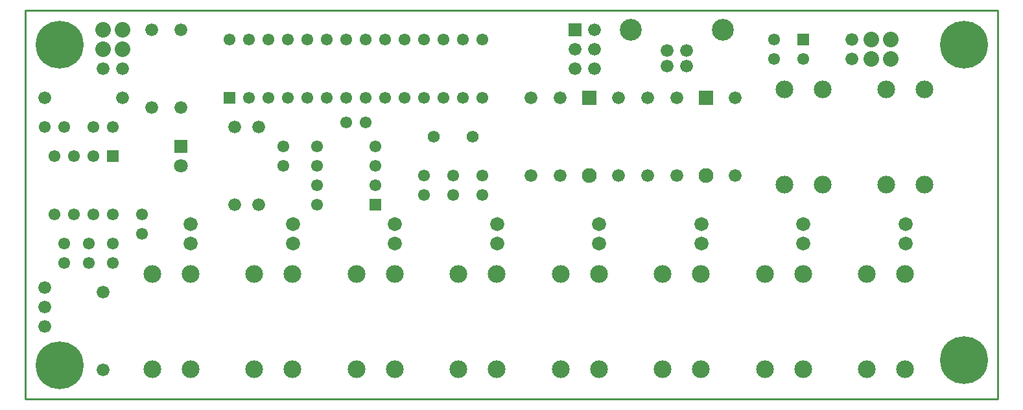
<source format=gts>
G04 (created by PCBNEW-RS274X (2011-nov-30)-testing) date Mon 02 Jul 2012 05:19:01 PM EDT*
%MOIN*%
G04 Gerber Fmt 3.4, Leading zero omitted, Abs format*
%FSLAX34Y34*%
G01*
G70*
G90*
G04 APERTURE LIST*
%ADD10C,0.0001*%
%ADD11C,0.01*%
%ADD12C,0.066*%
%ADD13C,0.08*%
%ADD14C,0.1123*%
%ADD15R,0.061X0.061*%
%ADD16C,0.061*%
%ADD17R,0.066X0.066*%
%ADD18C,0.072*%
%ADD19C,0.062*%
%ADD20C,0.076*%
%ADD21R,0.076X0.076*%
%ADD22R,0.071X0.071*%
%ADD23C,0.071*%
%ADD24C,0.246*%
%ADD25C,0.091*%
G04 APERTURE END LIST*
G54D10*
G54D11*
X50000Y20000D02*
X0Y20000D01*
X50000Y0D02*
X50000Y20000D01*
X0Y0D02*
X50000Y0D01*
X0Y20000D02*
X0Y0D01*
G54D12*
X5000Y17000D03*
X4000Y17000D03*
G54D13*
X5000Y18000D03*
X4000Y18000D03*
X5000Y19000D03*
X4000Y19000D03*
G54D12*
X33000Y17150D03*
X34000Y17150D03*
X34000Y17937D03*
X33000Y17937D03*
G54D14*
X31138Y19000D03*
X35862Y19000D03*
G54D12*
X1000Y3750D03*
X1000Y4750D03*
X1000Y5750D03*
G54D15*
X40000Y18500D03*
G54D16*
X40000Y17500D03*
G54D12*
X26000Y15500D03*
X26000Y11500D03*
X27500Y11500D03*
X27500Y15500D03*
X36500Y15500D03*
X36500Y11500D03*
X33500Y15500D03*
X33500Y11500D03*
X12000Y10000D03*
X12000Y14000D03*
X10750Y10000D03*
X10750Y14000D03*
X8000Y19000D03*
X8000Y15000D03*
X1000Y15500D03*
X5000Y15500D03*
X6500Y15000D03*
X6500Y19000D03*
X32000Y11500D03*
X32000Y15500D03*
X30500Y11500D03*
X30500Y15500D03*
G54D17*
X28250Y19000D03*
G54D12*
X29250Y19000D03*
X28250Y18000D03*
X29250Y18000D03*
X28250Y17000D03*
X29250Y17000D03*
G54D18*
X40000Y9000D03*
X40000Y8000D03*
X34750Y9000D03*
X34750Y8000D03*
X24250Y9000D03*
X24250Y8000D03*
X8500Y9000D03*
X8500Y8000D03*
X13750Y9000D03*
X13750Y8000D03*
X19000Y9000D03*
X19000Y8000D03*
X29500Y9000D03*
X29500Y8000D03*
X45250Y9000D03*
X45250Y8000D03*
G54D19*
X21000Y13500D03*
X23000Y13500D03*
G54D15*
X18000Y10000D03*
G54D16*
X18000Y11000D03*
X18000Y12000D03*
X18000Y13000D03*
X15000Y13000D03*
X15000Y12000D03*
X15000Y11000D03*
X15000Y10000D03*
G54D15*
X4500Y12500D03*
G54D16*
X3500Y12500D03*
X2500Y12500D03*
X1500Y12500D03*
X1500Y9500D03*
X2500Y9500D03*
X3500Y9500D03*
X4500Y9500D03*
X11500Y15500D03*
X12500Y15500D03*
X13500Y15500D03*
X14500Y15500D03*
X15500Y15500D03*
X16500Y15500D03*
X17500Y15500D03*
X18500Y15500D03*
X19500Y15500D03*
X20500Y15500D03*
X21500Y15500D03*
X22500Y15500D03*
X23500Y15500D03*
G54D15*
X10500Y15500D03*
G54D16*
X23500Y18500D03*
X22500Y18500D03*
X21500Y18500D03*
X20500Y18500D03*
X19500Y18500D03*
X18500Y18500D03*
X17500Y18500D03*
X16500Y18500D03*
X15500Y18500D03*
X14500Y18500D03*
X13500Y18500D03*
X12500Y18500D03*
X11500Y18500D03*
X10500Y18500D03*
G54D20*
X35000Y11500D03*
G54D21*
X35000Y15500D03*
G54D20*
X29000Y11500D03*
G54D21*
X29000Y15500D03*
G54D16*
X6000Y9500D03*
X6000Y8500D03*
X4500Y8000D03*
X4500Y7000D03*
X23500Y11500D03*
X23500Y10500D03*
X22000Y11500D03*
X22000Y10500D03*
X2000Y8000D03*
X2000Y7000D03*
X2000Y14000D03*
X1000Y14000D03*
X16500Y14250D03*
X17500Y14250D03*
X3250Y7000D03*
X3250Y8000D03*
X3500Y14000D03*
X4500Y14000D03*
X20500Y11500D03*
X20500Y10500D03*
X38500Y18500D03*
X38500Y17500D03*
X13250Y13000D03*
X13250Y12000D03*
G54D12*
X4000Y1500D03*
X4000Y5500D03*
G54D22*
X8000Y13000D03*
G54D23*
X8000Y12000D03*
G54D24*
X1750Y18250D03*
X48250Y18250D03*
X1750Y1750D03*
X48250Y2000D03*
G54D12*
X42500Y17500D03*
X42500Y18500D03*
G54D13*
X43500Y17500D03*
X43500Y18500D03*
X44500Y17500D03*
X44500Y18500D03*
G54D25*
X6516Y1540D03*
X6516Y6460D03*
X8484Y1540D03*
X8484Y6460D03*
X11766Y1540D03*
X11766Y6460D03*
X13734Y1540D03*
X13734Y6460D03*
X17016Y1540D03*
X17016Y6460D03*
X18984Y1540D03*
X18984Y6460D03*
X22266Y1540D03*
X22266Y6460D03*
X24234Y1540D03*
X24234Y6460D03*
X27516Y1540D03*
X27516Y6460D03*
X29484Y1540D03*
X29484Y6460D03*
X32766Y1540D03*
X32766Y6460D03*
X34734Y1540D03*
X34734Y6460D03*
X38016Y1540D03*
X38016Y6460D03*
X39984Y1540D03*
X39984Y6460D03*
X43266Y1540D03*
X43266Y6460D03*
X45234Y1540D03*
X45234Y6460D03*
X40984Y15960D03*
X40984Y11040D03*
X39016Y15960D03*
X39016Y11040D03*
X46234Y15960D03*
X46234Y11040D03*
X44266Y15960D03*
X44266Y11040D03*
M02*

</source>
